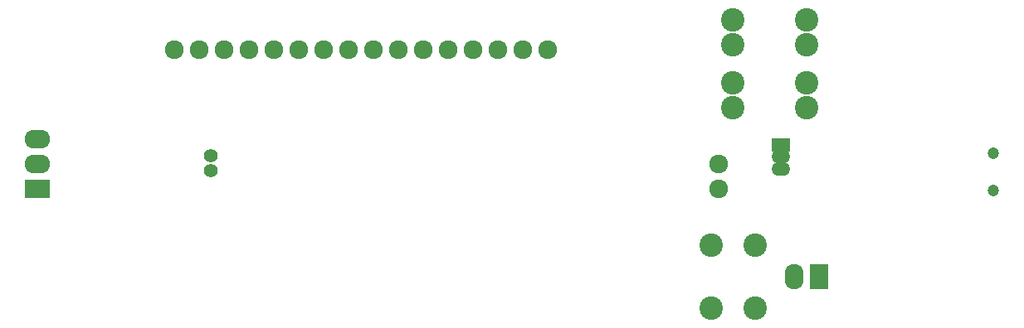
<source format=gbr>
%TF.GenerationSoftware,KiCad,Pcbnew,0.201511041201+6297~30~ubuntu15.04.1-product*%
%TF.CreationDate,2015-11-12T00:09:16+01:00*%
%TF.ProjectId,gp8-clock,6770382D636C6F636B2E6B696361645F,rev?*%
%TF.FileFunction,Soldermask,Top*%
%FSLAX46Y46*%
G04 Gerber Fmt 4.6, Leading zero omitted, Abs format (unit mm)*
G04 Created by KiCad (PCBNEW 0.201511041201+6297~30~ubuntu15.04.1-product) date czw, 12 lis 2015, 00:09:16*
%MOMM*%
G01*
G04 APERTURE LIST*
%ADD10C,0.100000*%
%ADD11C,2.398980*%
%ADD12R,1.898600X1.349960*%
%ADD13O,1.898600X1.349960*%
%ADD14R,2.599640X1.924000*%
%ADD15O,2.599640X1.924000*%
%ADD16C,1.197560*%
%ADD17C,1.924000*%
%ADD18C,1.400760*%
%ADD19R,1.924000X2.599640*%
%ADD20O,1.924000X2.599640*%
G04 APERTURE END LIST*
D10*
D11*
X174854000Y-93441000D03*
X174854000Y-95981000D03*
X182354000Y-93441000D03*
X182354000Y-95981000D03*
X174854000Y-86941000D03*
X174854000Y-89481000D03*
X182354000Y-86941000D03*
X182354000Y-89481000D03*
D12*
X179705000Y-99715320D03*
D13*
X179705000Y-100965000D03*
X179705000Y-102214680D03*
D11*
X172603560Y-109959800D03*
X177104440Y-116462200D03*
X177104440Y-109959800D03*
X172603560Y-116462200D03*
D14*
X103854000Y-104251000D03*
D15*
X103854000Y-101711000D03*
X103854000Y-99171000D03*
D16*
X201453700Y-104397380D03*
X201451160Y-100600080D03*
D17*
X155904000Y-90011000D03*
X153364000Y-90011000D03*
X150824000Y-90011000D03*
X148284000Y-90011000D03*
X145744000Y-90011000D03*
X143204000Y-90011000D03*
X140664000Y-90011000D03*
X138124000Y-90011000D03*
X135584000Y-90011000D03*
X133044000Y-90011000D03*
X130504000Y-90011000D03*
X127964000Y-90011000D03*
X125424000Y-90011000D03*
X122884000Y-90011000D03*
X120344000Y-90011000D03*
X117804000Y-90011000D03*
X173414000Y-101711000D03*
X173414000Y-104251000D03*
D18*
X121539000Y-102349300D03*
X121539000Y-100850700D03*
D19*
X183624000Y-113211000D03*
D20*
X181084000Y-113211000D03*
M02*

</source>
